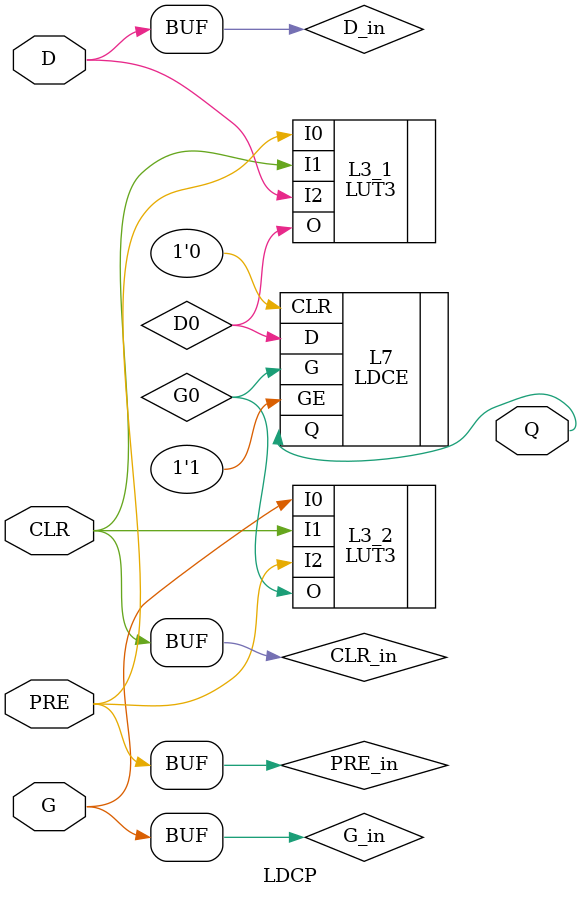
<source format=v>

`timescale  1 ps / 1 ps

module LDCP (Q, CLR, D, G, PRE);

    parameter [0:0] INIT = 1'b0;
    parameter [0:0] IS_CLR_INVERTED = 1'b0;
    parameter [0:0] IS_D_INVERTED = 1'b0;
    parameter [0:0] IS_G_INVERTED = 1'b0;
    parameter [0:0] IS_PRE_INVERTED = 1'b0;

    output Q;
    input  CLR, D, G, PRE;

    wire Q;
    wire D0, G0;
    wire CLR_in;
    wire D_in;
    wire G_in;
    wire PRE_in;

    assign CLR_in = IS_CLR_INVERTED ^ CLR;
    assign D_in = IS_D_INVERTED ^ D;
    assign G_in = IS_G_INVERTED ^ G;
    assign PRE_in = IS_PRE_INVERTED ^ PRE;

    LUT3 #(.INIT (8'h32)) L3_1 (.I0(PRE_in), .I1(CLR_in), .I2(D_in), .O(D0));
    LUT3 #(.INIT (8'hFE)) L3_2 (.I0(G_in), .I1(CLR_in), .I2(PRE_in), .O(G0));
    LDCE #(.INIT(INIT)) L7 (.Q(Q), .G(G0), .GE(1'b1), .CLR(1'b0), .D(D0));

endmodule


</source>
